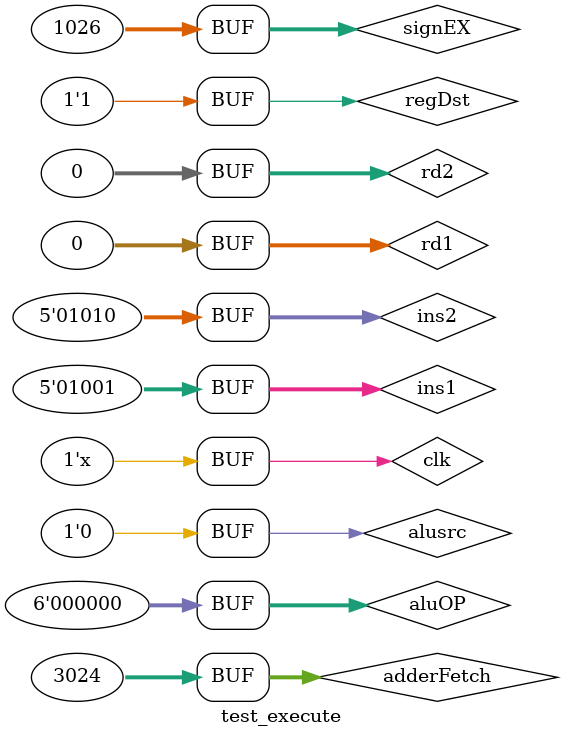
<source format=v>
`timescale 1ns / 1ps


module test_execute;

	// Inputs
	reg [4:0] ins1;
	reg [4:0] ins2;
	reg [31:0] signEX;
	reg regDst;
	reg alusrc;
	reg [31:0] rd1;
	reg [31:0] rd2;
	reg [5:0] aluOP;
	reg [31:0] adderFetch;
	reg clk;

	// Outputs
	wire [31:0] addres;
	wire [31:0] alures;
	wire aluZero;
	wire [31:0] readData2;
	wire [4:0] instruction;

	// Instantiate the Unit Under Test (UUT)
	Execute uut (
		.ins1(ins1), 
		.ins2(ins2), 
		.signEX(signEX), 
		.regDst(regDst), 
		.alusrc(alusrc), 
		.rd1(rd1), 
		.rd2(rd2), 
		.aluOP(aluOP), 
		.adderFetch(adderFetch), 
		.clk(clk), 
		.addres(addres), 
		.alures(alures), 
		.aluZero(aluZero), 
		.readData2(readData2), 
		.instruction(instruction)
	);

	initial begin
		// Initialize Inputs
		ins1 = 0;
		ins2 = 0;
		signEX = 0;
		regDst = 0;
		alusrc = 0;
		rd1 = 0;
		rd2 = 0;
		aluOP = 0;
		adderFetch = 0;
		clk = 0;

		// Wait 100 ns for global reset to finish
		#100;
				ins1 = 5;
		ins2 = 7;
		signEX = 1025;
		regDst = 0;
		alusrc = 0;
		rd1 = 2024;
		rd2 = 1024;
		aluOP = 0;
		adderFetch = 3024;
		
		#100;
				ins1 = 9;
		ins2 = 10;
		signEX = 1026;
		regDst = 1;
		alusrc = 0;
		rd1 = 0;
		rd2 = 0;
		aluOP = 0;
		adderFetch = 3024;
        
		// Add stimulus here

	end
		always begin
			#50;
			clk=~clk;
		end 
      
endmodule


</source>
